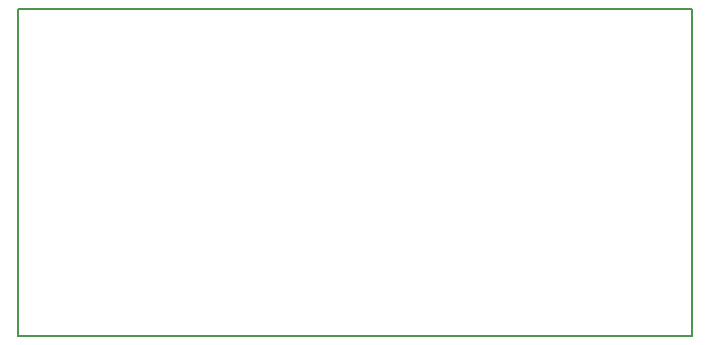
<source format=gm1>
G04 MADE WITH FRITZING*
G04 WWW.FRITZING.ORG*
G04 DOUBLE SIDED*
G04 HOLES PLATED*
G04 CONTOUR ON CENTER OF CONTOUR VECTOR*
%ASAXBY*%
%FSLAX23Y23*%
%MOIN*%
%OFA0B0*%
%SFA1.0B1.0*%
%ADD10R,2.254420X1.094870*%
%ADD11C,0.008000*%
%ADD10C,0.008*%
%LNCONTOUR*%
G90*
G70*
G54D10*
G54D11*
X4Y1091D02*
X2250Y1091D01*
X2250Y4D01*
X4Y4D01*
X4Y1091D01*
D02*
G04 End of contour*
M02*
</source>
